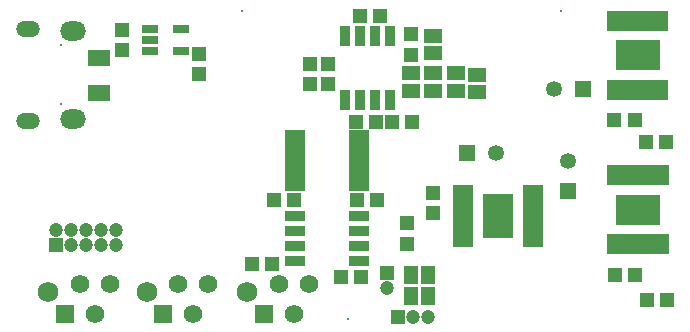
<source format=gbs>
%FSTAX23Y23*%
%MOIN*%
%SFA1B1*%

%IPPOS*%
%ADD33R,0.047244X0.051181*%
%ADD39R,0.051181X0.062992*%
%ADD40R,0.051181X0.047244*%
%ADD49C,0.007874*%
%ADD50R,0.061338X0.061338*%
%ADD51C,0.061338*%
%ADD52C,0.068898*%
%ADD53R,0.053150X0.053150*%
%ADD54C,0.053150*%
%ADD55R,0.053150X0.053150*%
%ADD56O,0.086614X0.064960*%
%ADD57O,0.078740X0.053150*%
%ADD58C,0.047244*%
%ADD59R,0.047244X0.047244*%
%ADD60R,0.047244X0.047244*%
%ADD90R,0.062992X0.051181*%
%ADD91R,0.033465X0.067913*%
%ADD92R,0.067913X0.033465*%
%ADD93R,0.068031X0.025000*%
%ADD94R,0.104724X0.147638*%
%ADD95R,0.065945X0.025591*%
%ADD96R,0.147638X0.104724*%
%ADD97R,0.025591X0.065945*%
%ADD98R,0.055905X0.031496*%
%ADD99R,0.076771X0.052756*%
%LNlebot-1*%
%LPD*%
G54D33*
X01287Y00733D03*
X01354D03*
X01249Y01087D03*
X01182D03*
X01167Y00733D03*
X01234D03*
X00822Y00259D03*
X00889D03*
X01116Y00218D03*
X01183D03*
X01238Y00474D03*
X01171D03*
X0096Y00472D03*
X00893D03*
X02203Y00139D03*
X02136D03*
X02097Y00224D03*
X0203D03*
X02202Y00668D03*
X02135D03*
X02096Y00739D03*
X02029D03*
G54D39*
X0135Y00153D03*
X01409D03*
Y00224D03*
X0135D03*
G54D40*
X0135Y00958D03*
Y01025D03*
X01074Y00859D03*
Y00926D03*
X01015Y00859D03*
Y00926D03*
X01338Y00328D03*
Y00395D03*
X01425Y00431D03*
Y00498D03*
X00645Y00893D03*
Y0096D03*
X00389Y01041D03*
Y00974D03*
G54D49*
X01141Y00078D03*
X0185Y01102D03*
X00787D03*
X00183Y00989D03*
Y00793D03*
G54D50*
X0086Y00094D03*
X00525D03*
X00198D03*
G54D51*
X0091Y00194D03*
X0096Y00094D03*
X0101Y00194D03*
X00575D03*
X00625Y00094D03*
X00675Y00194D03*
X00248D03*
X00298Y00094D03*
X00348Y00194D03*
G54D52*
X00805Y00165D03*
X0047D03*
X00142D03*
G54D53*
X01536Y00629D03*
X01925Y00842D03*
G54D54*
X01634Y00629D03*
X01874Y00602D03*
X01826Y00842D03*
G54D55*
X01874Y00503D03*
G54D56*
X00225Y01038D03*
Y00744D03*
G54D57*
X00075Y01044D03*
Y00738D03*
G54D58*
X01407Y00083D03*
X01357D03*
X0127Y0018D03*
X00368Y00374D03*
Y00324D03*
X00318Y00374D03*
Y00324D03*
X00268Y00374D03*
Y00324D03*
X00218Y00374D03*
Y00324D03*
X00168Y00374D03*
G54D59*
X01307Y00083D03*
X00168Y00324D03*
G54D60*
X0127Y0023D03*
G54D90*
X015Y00895D03*
Y00836D03*
X0157Y00891D03*
Y00832D03*
X0135Y00895D03*
Y00836D03*
X01425Y00895D03*
Y00836D03*
Y00962D03*
Y01021D03*
G54D91*
X01282Y00807D03*
X01232D03*
X01182D03*
X01132D03*
Y01021D03*
X01182D03*
X01232D03*
X01282D03*
G54D92*
X00964Y00271D03*
Y00321D03*
Y00371D03*
Y00421D03*
X01177D03*
Y00371D03*
Y00321D03*
Y00271D03*
G54D93*
X01177Y00518D03*
Y00543D03*
Y00568D03*
Y00593D03*
Y00618D03*
Y00643D03*
Y00668D03*
Y00693D03*
X00964D03*
Y00668D03*
Y00643D03*
Y00618D03*
Y00593D03*
Y00568D03*
Y00543D03*
Y00518D03*
G54D94*
X01641Y00421D03*
G54D95*
X01525Y0051D03*
Y00485D03*
Y00459D03*
Y00434D03*
Y00408D03*
Y00382D03*
Y00357D03*
Y00331D03*
X01756D03*
Y00357D03*
Y00382D03*
Y00408D03*
Y00434D03*
Y00459D03*
Y00485D03*
Y0051D03*
G54D96*
X02107Y00441D03*
X02106Y00955D03*
G54D97*
X02017Y00325D03*
X02043D03*
X02068D03*
X02094D03*
X0212D03*
X02145D03*
X02171D03*
X02196D03*
Y00557D03*
X02171D03*
X02145D03*
X0212D03*
X02094D03*
X02068D03*
X02043D03*
X02017D03*
X02016Y0084D03*
X02042D03*
X02067D03*
X02093D03*
X02119D03*
X02144D03*
X0217D03*
X02195D03*
Y01071D03*
X0217D03*
X02144D03*
X02119D03*
X02093D03*
X02067D03*
X02042D03*
X02016D03*
G54D98*
X0048Y00969D03*
Y01006D03*
Y01043D03*
X00583D03*
Y00969D03*
G54D99*
X00312Y00947D03*
Y0083D03*
M02*
</source>
